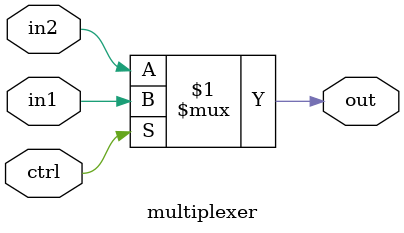
<source format=v>

module multiplexer(out,ctrl,in1,in2);
input ctrl,in1,in2;
output out;
assign out = ctrl ? in1: in2;   //Conditional Expression? true expression : false expression. if true,true expression is evaluated else false expession//


endmodule

</source>
